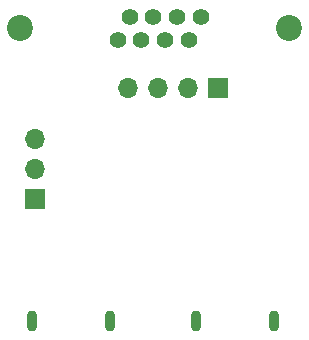
<source format=gbr>
G04 #@! TF.GenerationSoftware,KiCad,Pcbnew,(5.99.0-9812-gfee3c41c40)*
G04 #@! TF.CreationDate,2021-03-20T22:32:52-07:00*
G04 #@! TF.ProjectId,homebreakout,686f6d65-6272-4656-916b-6f75742e6b69,rev?*
G04 #@! TF.SameCoordinates,Original*
G04 #@! TF.FileFunction,Soldermask,Bot*
G04 #@! TF.FilePolarity,Negative*
%FSLAX46Y46*%
G04 Gerber Fmt 4.6, Leading zero omitted, Abs format (unit mm)*
G04 Created by KiCad (PCBNEW (5.99.0-9812-gfee3c41c40)) date 2021-03-20 22:32:52*
%MOMM*%
%LPD*%
G01*
G04 APERTURE LIST*
%ADD10C,0.500000*%
%ADD11O,0.900000X1.800000*%
%ADD12C,2.200000*%
%ADD13C,1.397000*%
%ADD14R,1.700000X1.700000*%
%ADD15O,1.700000X1.700000*%
G04 APERTURE END LIST*
D10*
X166880000Y-121462800D03*
X173480000Y-121462800D03*
D11*
X166880000Y-121462800D03*
X173480000Y-121462800D03*
D12*
X152019000Y-96647000D03*
D10*
X153024000Y-121462800D03*
X159624000Y-121462800D03*
D11*
X153024000Y-121462800D03*
X159624000Y-121462800D03*
D12*
X174752000Y-96647000D03*
D13*
X160274000Y-97663000D03*
X161274001Y-95662999D03*
X162274001Y-97663000D03*
X163274002Y-95662999D03*
X164274000Y-97663000D03*
X165274000Y-95662999D03*
X166274001Y-97663000D03*
X167274001Y-95662999D03*
D14*
X168783000Y-101727000D03*
D15*
X166243000Y-101727000D03*
X163703000Y-101727000D03*
X161163000Y-101727000D03*
D14*
X153289000Y-111125000D03*
D15*
X153289000Y-108585000D03*
X153289000Y-106045000D03*
M02*

</source>
